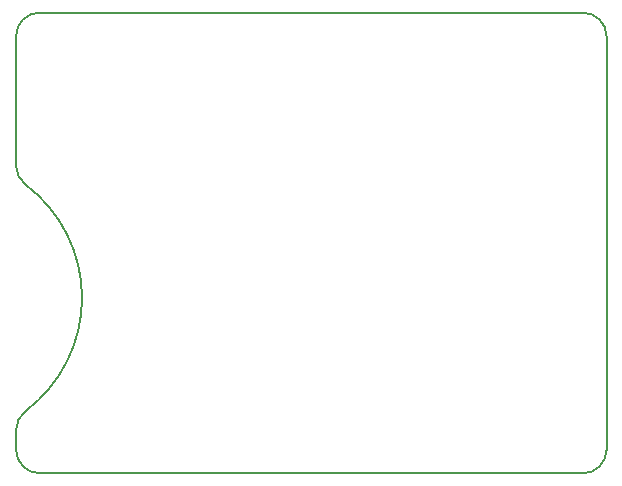
<source format=gm1>
G04 Layer_Color=16711935*
%FSLAX44Y44*%
%MOMM*%
G71*
G01*
G75*
%ADD31C,0.2000*%
D31*
X20000Y390000D02*
G03*
X0Y370000I0J-20000D01*
G01*
X500000D02*
G03*
X480000Y390000I-20000J0D01*
G01*
X0Y260425D02*
G03*
X7986Y244436I20000J0D01*
G01*
Y52564D02*
G03*
X7986Y244436I-72086J95936D01*
G01*
X0Y20000D02*
G03*
X20000Y0I20000J0D01*
G01*
X7986Y52564D02*
G03*
X0Y36575I12014J-15989D01*
G01*
X480000Y0D02*
G03*
X500000Y20000I0J20000D01*
G01*
X20000Y390000D02*
X480000D01*
X0Y260425D02*
Y370000D01*
X500000Y20000D02*
Y370000D01*
X20000Y0D02*
X480000D01*
X0Y20000D02*
Y36575D01*
M02*

</source>
